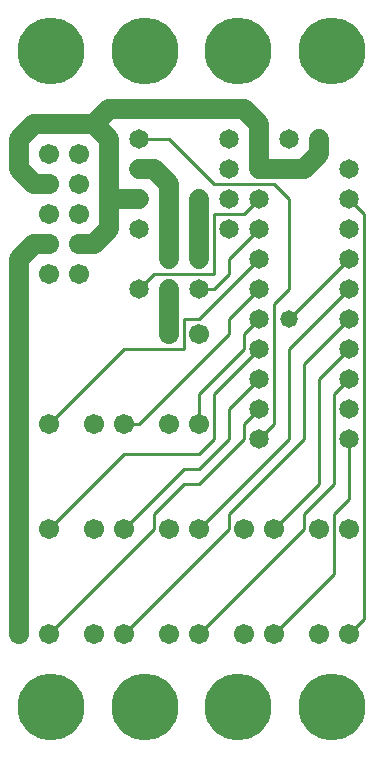
<source format=gtl>
%MOIN*%
%FSLAX25Y25*%
G04 D10 used for Character Trace; *
G04     Circle (OD=.01000) (No hole)*
G04 D11 used for Power Trace; *
G04     Circle (OD=.06500) (No hole)*
G04 D12 used for Signal Trace; *
G04     Circle (OD=.01100) (No hole)*
G04 D13 used for Via; *
G04     Circle (OD=.05800) (Round. Hole ID=.02800)*
G04 D14 used for Component hole; *
G04     Circle (OD=.06500) (Round. Hole ID=.03500)*
G04 D15 used for Component hole; *
G04     Circle (OD=.06700) (Round. Hole ID=.04300)*
G04 D16 used for Component hole; *
G04     Circle (OD=.08100) (Round. Hole ID=.05100)*
G04 D17 used for Component hole; *
G04     Circle (OD=.08900) (Round. Hole ID=.05900)*
G04 D18 used for Component hole; *
G04     Circle (OD=.11300) (Round. Hole ID=.08300)*
G04 D19 used for Component hole; *
G04     Circle (OD=.16000) (Round. Hole ID=.13000)*
G04 D20 used for Component hole; *
G04     Circle (OD=.18300) (Round. Hole ID=.15300)*
G04 D21 used for Component hole; *
G04     Circle (OD=.22291) (Round. Hole ID=.19291)*
%ADD10C,.01000*%
%ADD11C,.06500*%
%ADD12C,.01100*%
%ADD13C,.05800*%
%ADD14C,.06500*%
%ADD15C,.06700*%
%ADD16C,.08100*%
%ADD17C,.08900*%
%ADD18C,.11300*%
%ADD19C,.16000*%
%ADD20C,.18300*%
%ADD21C,.22291*%
%IPPOS*%
%LPD*%
G90*X0Y0D02*D21*X15625Y15625D03*D15*              
X40000Y40000D03*D12*X75000Y75000D01*Y80000D01*    
X100000Y105000D01*Y130000D01*X115000Y145000D01*   
D14*D03*Y155000D03*D12*X95000Y135000D01*          
Y105000D01*X65000Y75000D01*D15*D03*X55000D03*D12* 
X50000D02*Y80000D01*X15000Y40000D02*              
X50000Y75000D01*D15*X15000Y40000D03*X5000D03*D11* 
Y75000D01*D15*D03*D11*Y110000D01*D15*D03*D11*     
Y165000D01*X10000Y170000D01*X15000D01*D15*D03*    
X25000Y160000D03*Y180000D03*Y170000D03*D11*       
X30000D01*X35000Y175000D01*Y185000D01*X45000D01*  
D14*D03*D11*X55000Y190000D02*X50000Y195000D01*    
X55000Y165000D02*Y190000D01*D14*Y165000D03*D12*   
X45000Y155000D02*X50000Y160000D01*D14*            
X45000Y155000D03*D12*X50000Y160000D02*X70000D01*  
Y180000D01*X80000D01*X85000Y185000D01*D14*D03*D12*
X95000D02*X90000Y190000D01*X95000Y155000D02*      
Y185000D01*X90000Y150000D02*X95000Y155000D01*     
X90000Y110000D02*Y150000D01*X85000Y105000D02*     
X90000Y110000D01*D14*X85000Y105000D03*D12*        
X80000D02*Y110000D01*X65000Y90000D02*             
X80000Y105000D01*X60000Y90000D02*X65000D01*       
X50000Y80000D02*X60000Y90000D01*D15*              
X40000Y75000D03*D12*X60000Y95000D01*X65000D01*    
X75000Y105000D01*Y115000D01*X85000Y125000D01*D14* 
D03*Y135000D03*D12*X70000Y120000D01*Y105000D01*   
X65000Y100000D01*X40000D01*X15000Y75000D01*D15*   
D03*X30000D03*D12*X40000Y110000D02*X45000D01*D15* 
X40000D03*D12*X45000D02*X75000Y140000D01*         
Y145000D01*X85000Y155000D01*D14*D03*D13*          
X95000Y145000D03*D12*X115000Y165000D01*D14*D03*   
Y175000D03*D12*X120000Y45000D02*Y180000D01*       
X115000Y40000D02*X120000Y45000D01*D15*            
X115000Y40000D03*X105000D03*D12*X90000D02*        
X110000Y60000D01*D15*X90000Y40000D03*X80000D03*   
D12*X110000Y60000D02*Y80000D01*X115000Y85000D01*  
Y105000D01*D14*D03*Y115000D03*D12*X90000Y75000D02*
X105000Y90000D01*D15*X90000Y75000D03*D12*         
X65000Y40000D02*X100000Y75000D01*D15*             
X65000Y40000D03*X55000D03*D21*X46875Y15625D03*    
X78125D03*D12*X100000Y75000D02*Y80000D01*         
X110000Y90000D01*Y120000D01*X115000Y125000D01*D14*
D03*Y135000D03*D12*X105000Y125000D01*Y90000D01*   
D15*Y75000D03*X115000D03*D12*X80000Y110000D02*    
X85000Y115000D01*D14*D03*D12*X65000Y110000D02*    
Y120000D01*D15*Y110000D03*D12*Y120000D02*         
X80000Y135000D01*Y140000D01*X85000Y145000D01*D14* 
D03*D12*X65000Y155000D02*X70000D01*D14*X65000D03* 
D12*X70000D02*X75000Y160000D01*Y165000D01*        
X85000Y175000D01*D14*D03*X75000Y185000D03*        
Y175000D03*X85000Y165000D03*D12*X65000Y145000D01* 
X60000D01*Y135000D01*X40000D01*X15000Y110000D01*  
D15*D03*X30000D03*X55000D03*Y140000D03*D11*       
Y155000D01*D14*D03*X65000Y165000D03*D11*          
Y185000D01*D13*D03*D12*X70000Y190000D02*X90000D01*
D14*X85000Y195000D03*D11*X100000D01*              
X105000Y200000D01*Y205000D01*D14*D03*             
X115000Y195000D03*X95000Y205000D03*D11*           
X85000Y195000D02*Y210000D01*D14*X75000Y205000D03* 
Y195000D03*D11*X85000Y210000D02*X80000Y215000D01* 
X35000D01*X30000Y210000D01*X35000Y205000D01*      
Y185000D01*D14*X45000Y175000D03*Y195000D03*D11*   
X50000D01*D12*X70000Y190000D02*X55000Y205000D01*  
X45000D01*D14*D03*D11*X10000Y210000D02*X30000D01* 
X5000Y205000D02*X10000Y210000D01*X5000Y195000D02* 
Y205000D01*X10000Y190000D02*X5000Y195000D01*      
X10000Y190000D02*X15000D01*D15*D03*               
X25000Y200000D03*Y190000D03*X15000Y200000D03*     
Y180000D03*Y160000D03*D21*X46875Y234375D03*       
X15625D03*D15*X65000Y140000D03*D21*               
X78125Y234375D03*X109375D03*D14*X115000Y185000D03*
D12*X120000Y180000D01*D15*X80000Y75000D03*        
X30000Y40000D03*D21*X109375Y15625D03*M02*         

</source>
